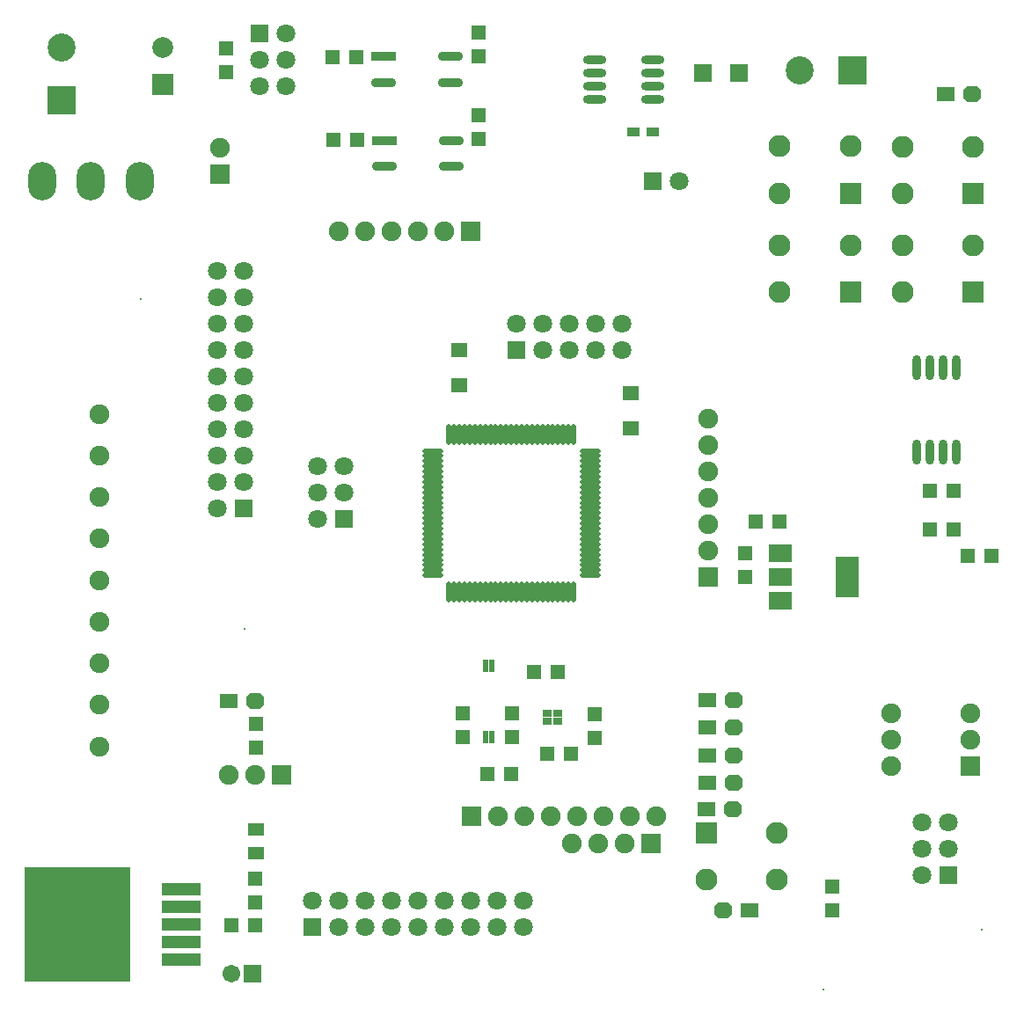
<source format=gts>
G04*
G04 #@! TF.GenerationSoftware,Altium Limited,Altium Designer,19.0.4 (130)*
G04*
G04 Layer_Color=8388736*
%FSLAX25Y25*%
%MOIN*%
G70*
G01*
G75*
G04:AMPARAMS|DCode=41|XSize=68mil|YSize=58mil|CornerRadius=0mil|HoleSize=0mil|Usage=FLASHONLY|Rotation=0.000|XOffset=0mil|YOffset=0mil|HoleType=Round|Shape=Octagon|*
%AMOCTAGOND41*
4,1,8,0.03400,-0.01450,0.03400,0.01450,0.01950,0.02900,-0.01950,0.02900,-0.03400,0.01450,-0.03400,-0.01450,-0.01950,-0.02900,0.01950,-0.02900,0.03400,-0.01450,0.0*
%
%ADD41OCTAGOND41*%

%ADD42R,0.06800X0.05800*%
%ADD43R,0.05800X0.05800*%
%ADD44R,0.05800X0.05800*%
%ADD45R,0.06300X0.04800*%
%ADD46O,0.03200X0.09600*%
%ADD47R,0.06800X0.07099*%
%ADD48O,0.09461X0.03556*%
%ADD49R,0.09461X0.03556*%
%ADD50R,0.04800X0.03800*%
%ADD51R,0.06312X0.05524*%
%ADD52R,0.01981X0.04737*%
%ADD53O,0.07887X0.01981*%
%ADD54O,0.01981X0.07887*%
%ADD55R,0.03753X0.03162*%
%ADD56R,0.14580X0.04737*%
%ADD57R,0.40170X0.43320*%
%ADD58R,0.08700X0.06700*%
%ADD59R,0.08700X0.15800*%
%ADD60O,0.08800X0.03200*%
%ADD61C,0.07493*%
%ADD62R,0.07493X0.07493*%
%ADD63O,0.10642X0.14580*%
%ADD64R,0.07493X0.07493*%
%ADD65R,0.08280X0.08280*%
%ADD66C,0.08280*%
%ADD67C,0.07099*%
%ADD68R,0.07099X0.07099*%
%ADD69R,0.07099X0.07099*%
%ADD70C,0.00800*%
%ADD71R,0.10642X0.10642*%
%ADD72C,0.10642*%
%ADD73C,0.07887*%
%ADD74R,0.07887X0.07887*%
%ADD75C,0.06706*%
%ADD76R,0.06706X0.06706*%
%ADD77R,0.10642X0.10642*%
D41*
X280800Y84800D02*
D03*
X281006Y94700D02*
D03*
Y105098D02*
D03*
Y115496D02*
D03*
Y125894D02*
D03*
X277201Y46301D02*
D03*
X371599Y355801D02*
D03*
X99850Y125600D02*
D03*
D42*
X270800Y84800D02*
D03*
X271006Y94700D02*
D03*
Y105098D02*
D03*
Y115496D02*
D03*
Y125894D02*
D03*
X287201Y46301D02*
D03*
X361599Y355801D02*
D03*
X89850Y125600D02*
D03*
D43*
X99801Y40801D02*
D03*
X90800Y40800D02*
D03*
X129302Y338300D02*
D03*
X138303Y338301D02*
D03*
X129202Y369747D02*
D03*
X138203Y369748D02*
D03*
X364301Y205301D02*
D03*
X355300Y205300D02*
D03*
X364301Y190501D02*
D03*
X355300Y190500D02*
D03*
X378900Y180800D02*
D03*
X369899Y180799D02*
D03*
X289500Y193700D02*
D03*
X298501Y193701D02*
D03*
X210400Y105500D02*
D03*
X219401Y105501D02*
D03*
X214600Y136800D02*
D03*
X205599Y136799D02*
D03*
X196900Y98000D02*
D03*
X187899Y97999D02*
D03*
D44*
X99899Y58401D02*
D03*
X99900Y49400D02*
D03*
X184398Y347601D02*
D03*
X184398Y338600D02*
D03*
X184399Y378848D02*
D03*
X184400Y369848D02*
D03*
X88800Y373100D02*
D03*
X88801Y364099D02*
D03*
X100099Y116844D02*
D03*
X100100Y107844D02*
D03*
X285299Y181701D02*
D03*
X285300Y172700D02*
D03*
X318399Y55401D02*
D03*
X318400Y46400D02*
D03*
X178600Y111900D02*
D03*
X178599Y120901D02*
D03*
X228500Y120800D02*
D03*
X228501Y111799D02*
D03*
X197000Y111900D02*
D03*
X196999Y120901D02*
D03*
D45*
X99950Y77000D02*
D03*
Y68000D02*
D03*
D46*
X365300Y251900D02*
D03*
X360300D02*
D03*
X355300D02*
D03*
X350300D02*
D03*
Y219900D02*
D03*
X355300D02*
D03*
X360300D02*
D03*
X365300D02*
D03*
D47*
X282950Y363600D02*
D03*
X269449Y363599D02*
D03*
D48*
X173798Y359979D02*
D03*
Y369821D02*
D03*
X148602Y359979D02*
D03*
X173998Y328279D02*
D03*
Y338121D02*
D03*
X148802Y328279D02*
D03*
D49*
X148602Y369821D02*
D03*
X148802Y338121D02*
D03*
D50*
X243200Y341200D02*
D03*
X250500D02*
D03*
D51*
X242100Y229000D02*
D03*
Y242386D02*
D03*
X177200Y258593D02*
D03*
Y245207D02*
D03*
D52*
X189381Y138886D02*
D03*
X187019D02*
D03*
X189381Y111918D02*
D03*
X187018D02*
D03*
D53*
X167027Y173228D02*
D03*
Y175197D02*
D03*
Y177165D02*
D03*
Y179134D02*
D03*
Y181102D02*
D03*
Y183071D02*
D03*
Y185039D02*
D03*
Y187008D02*
D03*
Y188976D02*
D03*
Y190945D02*
D03*
Y192913D02*
D03*
Y194882D02*
D03*
Y196850D02*
D03*
Y198819D02*
D03*
Y200787D02*
D03*
Y202756D02*
D03*
Y204724D02*
D03*
Y206693D02*
D03*
Y208661D02*
D03*
Y210630D02*
D03*
Y212598D02*
D03*
Y214567D02*
D03*
Y216535D02*
D03*
Y218504D02*
D03*
Y220472D02*
D03*
X226675D02*
D03*
Y218504D02*
D03*
Y216535D02*
D03*
Y214567D02*
D03*
Y212598D02*
D03*
Y210630D02*
D03*
Y208661D02*
D03*
Y206693D02*
D03*
Y204724D02*
D03*
Y202756D02*
D03*
Y200787D02*
D03*
Y198819D02*
D03*
Y196850D02*
D03*
Y194882D02*
D03*
Y192913D02*
D03*
Y190945D02*
D03*
Y188976D02*
D03*
Y187008D02*
D03*
Y185039D02*
D03*
Y183071D02*
D03*
Y181102D02*
D03*
Y179134D02*
D03*
Y177165D02*
D03*
Y175197D02*
D03*
Y173228D02*
D03*
D54*
X173229Y226675D02*
D03*
X175198D02*
D03*
X177166D02*
D03*
X179135D02*
D03*
X181103D02*
D03*
X183071D02*
D03*
X185040D02*
D03*
X187009D02*
D03*
X188977D02*
D03*
X190945D02*
D03*
X192914D02*
D03*
X194883D02*
D03*
X196851D02*
D03*
X198819D02*
D03*
X200788D02*
D03*
X202757D02*
D03*
X204725D02*
D03*
X206694D02*
D03*
X208662D02*
D03*
X210631D02*
D03*
X212599D02*
D03*
X214568D02*
D03*
X216536D02*
D03*
X218505D02*
D03*
X220473D02*
D03*
Y167026D02*
D03*
X218505D02*
D03*
X216536D02*
D03*
X214568D02*
D03*
X212599D02*
D03*
X210631D02*
D03*
X208662D02*
D03*
X206694D02*
D03*
X204725D02*
D03*
X202757D02*
D03*
X200788D02*
D03*
X198819D02*
D03*
X196851D02*
D03*
X194883D02*
D03*
X192914D02*
D03*
X190945D02*
D03*
X188977D02*
D03*
X187009D02*
D03*
X185040D02*
D03*
X183071D02*
D03*
X181103D02*
D03*
X179135D02*
D03*
X177166D02*
D03*
X175198D02*
D03*
X173229D02*
D03*
D55*
X210434Y117850D02*
D03*
X214568D02*
D03*
Y121000D02*
D03*
X210434D02*
D03*
D56*
X71806Y54386D02*
D03*
Y34307D02*
D03*
Y47693D02*
D03*
Y27614D02*
D03*
Y41000D02*
D03*
D57*
X32436D02*
D03*
D58*
X298900Y163645D02*
D03*
Y181755D02*
D03*
Y172700D02*
D03*
D59*
X324254Y172767D02*
D03*
D60*
X228500Y368700D02*
D03*
Y363700D02*
D03*
Y358700D02*
D03*
Y353700D02*
D03*
X250500D02*
D03*
Y358700D02*
D03*
Y363700D02*
D03*
Y368700D02*
D03*
D61*
X86600Y335300D02*
D03*
X251900Y81900D02*
D03*
X241900D02*
D03*
X191900D02*
D03*
X201900D02*
D03*
X211900D02*
D03*
X221900D02*
D03*
X231900D02*
D03*
X219800Y71800D02*
D03*
X229800D02*
D03*
X239800D02*
D03*
X89900Y97600D02*
D03*
X99900D02*
D03*
X131600Y303800D02*
D03*
X141600D02*
D03*
X151600D02*
D03*
X161600D02*
D03*
X171600D02*
D03*
X340900Y110900D02*
D03*
Y100900D02*
D03*
X370900Y110900D02*
D03*
Y120900D02*
D03*
X340900D02*
D03*
X40700Y171404D02*
D03*
Y155656D02*
D03*
Y139908D02*
D03*
Y124160D02*
D03*
Y108412D02*
D03*
Y187152D02*
D03*
Y202900D02*
D03*
Y234459D02*
D03*
Y218711D02*
D03*
X271500Y232700D02*
D03*
Y182700D02*
D03*
Y192700D02*
D03*
Y202700D02*
D03*
Y212700D02*
D03*
Y222700D02*
D03*
D62*
X86600Y325300D02*
D03*
X271500Y172700D02*
D03*
D63*
X19096Y322600D02*
D03*
X37600D02*
D03*
X56104D02*
D03*
D64*
X181900Y81900D02*
D03*
X249800Y71800D02*
D03*
X109900Y97600D02*
D03*
X181600Y303800D02*
D03*
X370900Y100900D02*
D03*
D65*
X270746Y75658D02*
D03*
X325343Y318102D02*
D03*
X371800Y318002D02*
D03*
X325343Y280557D02*
D03*
X371800Y280600D02*
D03*
D66*
X270746Y57942D02*
D03*
X297518D02*
D03*
Y75658D02*
D03*
X325343Y335818D02*
D03*
X298572D02*
D03*
Y318102D02*
D03*
X371800Y335718D02*
D03*
X345028D02*
D03*
Y318002D02*
D03*
X298572Y280557D02*
D03*
Y298273D02*
D03*
X325343D02*
D03*
X345028Y280600D02*
D03*
Y298317D02*
D03*
X371800D02*
D03*
D67*
X352500Y79700D02*
D03*
X362500D02*
D03*
X352500Y69700D02*
D03*
X362500D02*
D03*
X352500Y59700D02*
D03*
X201600Y50100D02*
D03*
Y40100D02*
D03*
X181600D02*
D03*
Y50100D02*
D03*
X171600D02*
D03*
Y40100D02*
D03*
X161600Y50100D02*
D03*
Y40100D02*
D03*
X151600Y50100D02*
D03*
Y40100D02*
D03*
X141600Y50100D02*
D03*
Y40100D02*
D03*
X131600Y50100D02*
D03*
Y40100D02*
D03*
X121600Y50100D02*
D03*
X191600Y40100D02*
D03*
Y50100D02*
D03*
X111400Y358500D02*
D03*
X101400D02*
D03*
X111400Y368500D02*
D03*
X101400D02*
D03*
X111400Y378500D02*
D03*
X85600Y198600D02*
D03*
Y208600D02*
D03*
X95600D02*
D03*
Y218600D02*
D03*
Y228600D02*
D03*
Y238600D02*
D03*
Y248600D02*
D03*
Y258600D02*
D03*
Y268600D02*
D03*
Y278600D02*
D03*
Y288600D02*
D03*
X85600Y218600D02*
D03*
Y228600D02*
D03*
Y238600D02*
D03*
Y248600D02*
D03*
Y258600D02*
D03*
Y268600D02*
D03*
Y278600D02*
D03*
Y288600D02*
D03*
X123600Y194567D02*
D03*
X133600Y204567D02*
D03*
X123600D02*
D03*
X133600Y214567D02*
D03*
X123600D02*
D03*
X198800Y268600D02*
D03*
X208800Y258600D02*
D03*
Y268600D02*
D03*
X218800Y258600D02*
D03*
Y268600D02*
D03*
X228800Y258600D02*
D03*
Y268600D02*
D03*
X238800Y258600D02*
D03*
Y268600D02*
D03*
X260343Y322600D02*
D03*
D68*
X362500Y59700D02*
D03*
X101400Y378500D02*
D03*
X95600Y198600D02*
D03*
X133600Y194567D02*
D03*
D69*
X121600Y40100D02*
D03*
X198800Y258600D02*
D03*
X250500Y322600D02*
D03*
D70*
X56300Y277900D02*
D03*
X375000Y39000D02*
D03*
X315000Y16200D02*
D03*
X95800Y152900D02*
D03*
D71*
X26400Y353300D02*
D03*
D72*
Y373300D02*
D03*
X306200Y364500D02*
D03*
D73*
X64800Y373200D02*
D03*
D74*
Y359420D02*
D03*
D75*
X46216Y41000D02*
D03*
Y48874D02*
D03*
Y56748D02*
D03*
Y33126D02*
D03*
Y25252D02*
D03*
X38342Y41000D02*
D03*
Y48874D02*
D03*
Y56748D02*
D03*
Y33126D02*
D03*
Y25252D02*
D03*
X30468D02*
D03*
Y33126D02*
D03*
Y41000D02*
D03*
Y48874D02*
D03*
Y56748D02*
D03*
X22594Y41000D02*
D03*
Y33126D02*
D03*
Y25252D02*
D03*
Y48874D02*
D03*
Y56748D02*
D03*
X90875Y22400D02*
D03*
D76*
X98749D02*
D03*
D77*
X326200Y364500D02*
D03*
M02*

</source>
